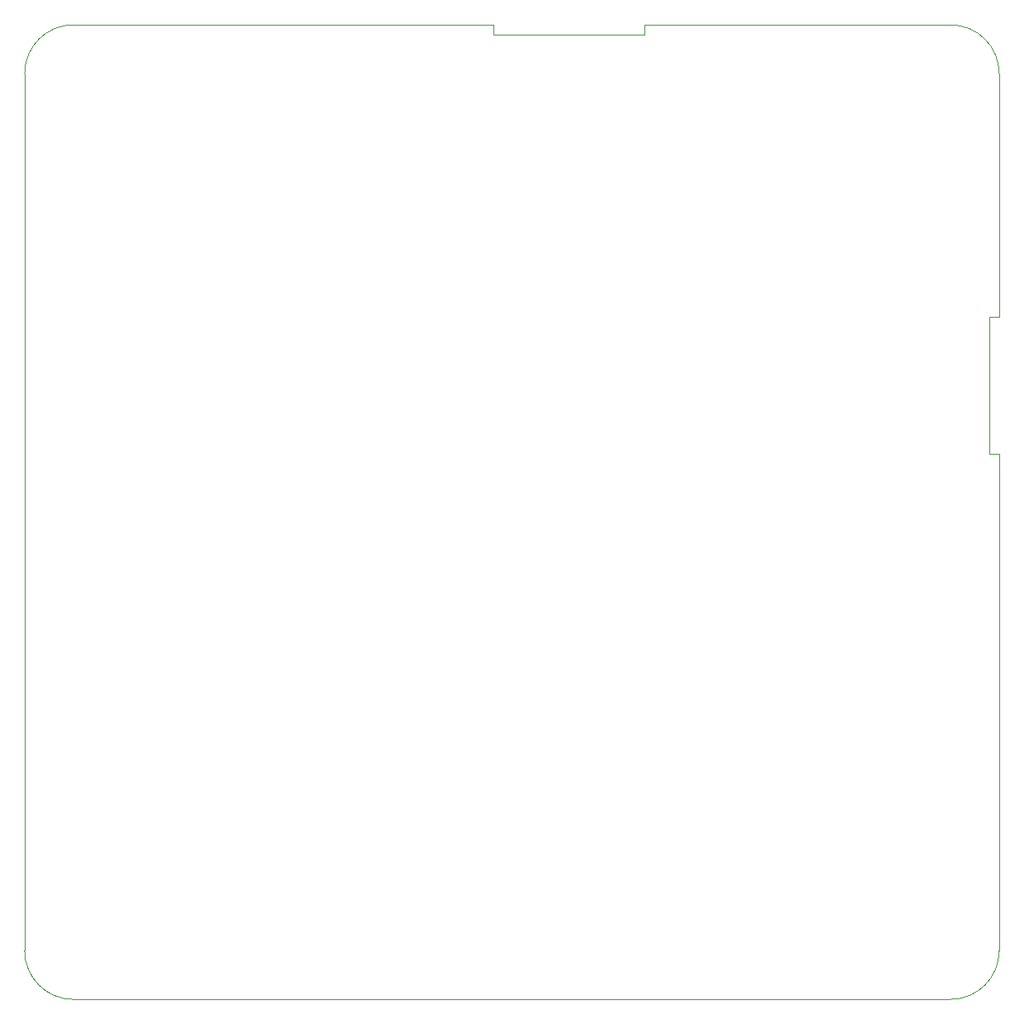
<source format=gm1>
G04 #@! TF.GenerationSoftware,KiCad,Pcbnew,(6.0.0)*
G04 #@! TF.CreationDate,2022-01-13T12:23:07+04:00*
G04 #@! TF.ProjectId,Gateway_STM32_ver_2_0,47617465-7761-4795-9f53-544d33325f76,rev?*
G04 #@! TF.SameCoordinates,Original*
G04 #@! TF.FileFunction,Profile,NP*
%FSLAX46Y46*%
G04 Gerber Fmt 4.6, Leading zero omitted, Abs format (unit mm)*
G04 Created by KiCad (PCBNEW (6.0.0)) date 2022-01-13 12:23:07*
%MOMM*%
%LPD*%
G01*
G04 APERTURE LIST*
G04 #@! TA.AperFunction,Profile*
%ADD10C,0.050000*%
G04 #@! TD*
G04 APERTURE END LIST*
D10*
X40000000Y-165000000D02*
X40000000Y-75000000D01*
X140000000Y-114000000D02*
X140000000Y-165000000D01*
X88100000Y-70000000D02*
X45000000Y-70000000D01*
X140000000Y-100000000D02*
X140000000Y-75000000D01*
X135000000Y-70000000D02*
X103600000Y-70000000D01*
X135000000Y-170000000D02*
X45000000Y-170000000D01*
X139000000Y-100000000D02*
X139000000Y-114000000D01*
X45000000Y-70000000D02*
G75*
G03*
X40000000Y-75000000I0J-5000000D01*
G01*
X135000000Y-170000000D02*
G75*
G03*
X140000000Y-165000000I0J5000000D01*
G01*
X140000000Y-100000000D02*
X139000000Y-100000000D01*
X40000000Y-165000000D02*
G75*
G03*
X45000000Y-170000000I5000000J0D01*
G01*
X103600000Y-71000000D02*
X103600000Y-70000000D01*
X139000000Y-114000000D02*
X140000000Y-114000000D01*
X88100000Y-70000000D02*
X88100000Y-71000000D01*
X140000000Y-75000000D02*
G75*
G03*
X135000000Y-70000000I-5000000J0D01*
G01*
X88100000Y-71000000D02*
X103600000Y-71000000D01*
M02*

</source>
